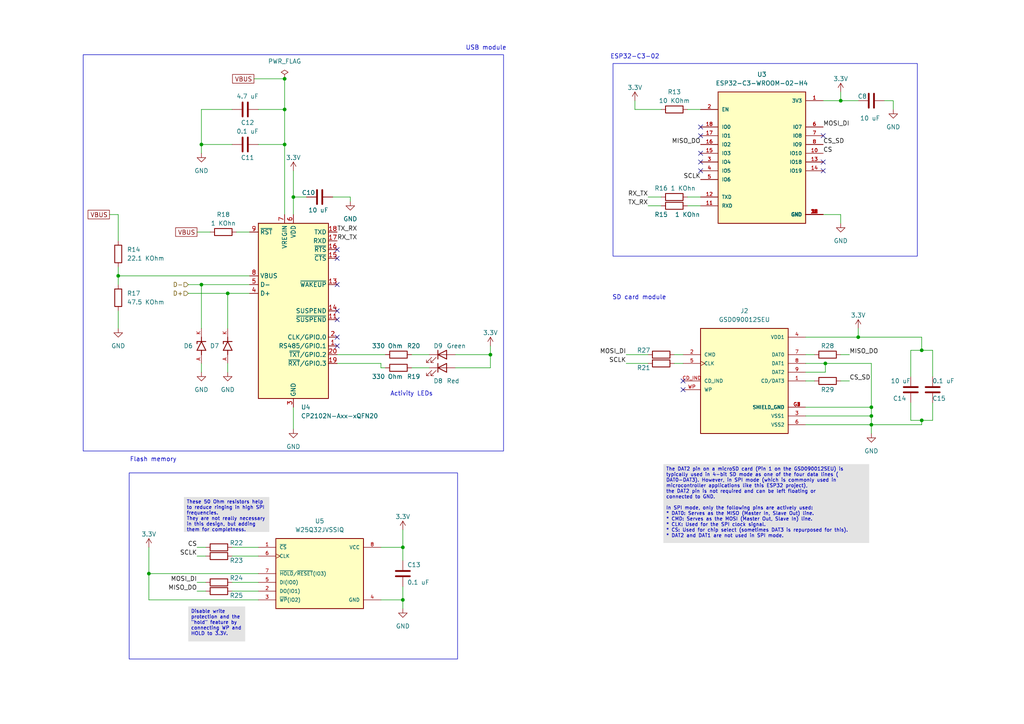
<source format=kicad_sch>
(kicad_sch (version 20231120) (generator "eeschema") (generator_version "8.0")
  (paper "A4")
  (title_block (title "ESP32 C3 02 and USB to UART converter") (date "2024-11-23") (rev "1") (company "Tech Explorations"))
  (lib_symbols
    (symbol "Device:R" (pin_numbers hide) (pin_names (offset 0))
      (property "Reference" "R" (at 2.032 0 90))
      (property "Value" "R" (at 0 0 90))
      (symbol "R_0_1"
        (rectangle (start -1.016 -2.54) (end 1.016 2.54) (stroke (width 0.254)))
      )
      (symbol "R_1_1"
        (pin passive line (at 0 3.81 270) (length 1.27) (name "~") (number "1"))
        (pin passive line (at 0 -3.81 90) (length 1.27) (name "~") (number "2"))
      )
    )
    (symbol "ESP32-C3-WROOM-02-H4:ESP32-C3-WROOM-02-H4" (pin_names (offset 1.016))
      (property "Reference" "U" (at -12.7 21.082 0))
      (property "Value" "ESP32-C3-WROOM-02-H4" (at -12.7 -18.542 0))
      (symbol "ESP32-C3-WROOM-02-H4_0_0"
        (rectangle (start -12.7 -17.78) (end 12.7 20.32) (stroke (width 0.254)) (fill (type background)))
        (pin power_in line (at 17.78 17.78 180) (length 5.08) (name "3V3") (number "1"))
        (pin bidirectional line (at 17.78 2.54 180) (length 5.08) (name "IO10") (number "10"))
        (pin bidirectional line (at -17.78 -12.7 0) (length 5.08) (name "RXD") (number "11"))
        (pin bidirectional line (at -17.78 -10.16 0) (length 5.08) (name "TXD") (number "12"))
        (pin bidirectional line (at 17.78 0 180) (length 5.08) (name "IO18") (number "13"))
        (pin bidirectional line (at 17.78 -2.54 180) (length 5.08) (name "IO19") (number "14"))
        (pin bidirectional line (at -17.78 2.54 0) (length 5.08) (name "IO3") (number "15"))
        (pin bidirectional line (at -17.78 5.08 0) (length 5.08) (name "IO2") (number "16"))
        (pin bidirectional line (at -17.78 7.62 0) (length 5.08) (name "IO1") (number "17"))
        (pin bidirectional line (at -17.78 10.16 0) (length 5.08) (name "IO0") (number "18"))
        (pin power_in line (at 17.78 -15.24 180) (length 5.08) (name "GND") (number "19"))
        (pin input line (at -17.78 15.24 0) (length 5.08) (name "EN") (number "2"))
        (pin power_in line (at 17.78 -15.24 180) (length 5.08) (name "GND") (number "20"))
        (pin power_in line (at 17.78 -15.24 180) (length 5.08) (name "GND") (number "21"))
        (pin power_in line (at 17.78 -15.24 180) (length 5.08) (name "GND") (number "22"))
        (pin power_in line (at 17.78 -15.24 180) (length 5.08) (name "GND") (number "23"))
        (pin power_in line (at 17.78 -15.24 180) (length 5.08) (name "GND") (number "24"))
        (pin power_in line (at 17.78 -15.24 180) (length 5.08) (name "GND") (number "25"))
        (pin power_in line (at 17.78 -15.24 180) (length 5.08) (name "GND") (number "26"))
        (pin power_in line (at 17.78 -15.24 180) (length 5.08) (name "GND") (number "27"))
        (pin power_in line (at 17.78 -15.24 180) (length 5.08) (name "GND") (number "28"))
        (pin power_in line (at 17.78 -15.24 180) (length 5.08) (name "GND") (number "29"))
        (pin bidirectional line (at -17.78 0 0) (length 5.08) (name "IO4") (number "3"))
        (pin power_in line (at 17.78 -15.24 180) (length 5.08) (name "GND") (number "30"))
        (pin power_in line (at 17.78 -15.24 180) (length 5.08) (name "GND") (number "31"))
        (pin power_in line (at 17.78 -15.24 180) (length 5.08) (name "GND") (number "32"))
        (pin power_in line (at 17.78 -15.24 180) (length 5.08) (name "GND") (number "33"))
        (pin power_in line (at 17.78 -15.24 180) (length 5.08) (name "GND") (number "34"))
        (pin power_in line (at 17.78 -15.24 180) (length 5.08) (name "GND") (number "35"))
        (pin power_in line (at 17.78 -15.24 180) (length 5.08) (name "GND") (number "36"))
        (pin power_in line (at 17.78 -15.24 180) (length 5.08) (name "GND") (number "37"))
        (pin power_in line (at 17.78 -15.24 180) (length 5.08) (name "GND") (number "38"))
        (pin power_in line (at 17.78 -15.24 180) (length 5.08) (name "GND") (number "39"))
        (pin bidirectional line (at -17.78 -2.54 0) (length 5.08) (name "IO5") (number "4"))
        (pin bidirectional line (at -17.78 -5.08 0) (length 5.08) (name "IO6") (number "5"))
        (pin bidirectional line (at 17.78 10.16 180) (length 5.08) (name "IO7") (number "6"))
        (pin bidirectional line (at 17.78 7.62 180) (length 5.08) (name "IO8") (number "7"))
        (pin bidirectional line (at 17.78 5.08 180) (length 5.08) (name "IO9") (number "8"))
        (pin power_in line (at 17.78 -15.24 180) (length 5.08) (name "GND") (number "9"))
      )
    )
    (symbol "GSD090012SEU:GSD090012SEU" (pin_names (offset 1.016))
      (property "Reference" "J" (at -12.7 16.002 0))
      (property "Value" "GSD090012SEU" (at -12.7 -17.78 0))
      (symbol "GSD090012SEU_0_0"
        (rectangle (start -12.7 -15.24) (end 12.7 15.24) (stroke (width 0.254)) (fill (type background)))
        (pin bidirectional line (at 17.78 0 180) (length 5.08) (name "CD/DAT3") (number "1"))
        (pin bidirectional line (at -17.78 7.62 0) (length 5.08) (name "CMD") (number "2"))
        (pin power_in line (at 17.78 -10.16 180) (length 5.08) (name "VSS1") (number "3"))
        (pin power_in line (at 17.78 12.7 180) (length 5.08) (name "VDD1") (number "4"))
        (pin bidirectional clock (at -17.78 5.08 0) (length 5.08) (name "CLK") (number "5"))
        (pin power_in line (at 17.78 -12.7 180) (length 5.08) (name "VSS2") (number "6"))
        (pin bidirectional line (at 17.78 7.62 180) (length 5.08) (name "DAT0") (number "7"))
        (pin bidirectional line (at 17.78 5.08 180) (length 5.08) (name "DAT1") (number "8"))
        (pin bidirectional line (at 17.78 2.54 180) (length 5.08) (name "DAT2") (number "9"))
        (pin passive line (at -17.78 0 0) (length 5.08) (name "CD_IND") (number "CD_IND"))
        (pin power_in line (at 17.78 -7.62 180) (length 5.08) (name "SHIELD_GND") (number "G1"))
        (pin power_in line (at 17.78 -7.62 180) (length 5.08) (name "SHIELD_GND") (number "G2"))
        (pin power_in line (at 17.78 -7.62 180) (length 5.08) (name "SHIELD_GND") (number "G3"))
        (pin power_in line (at 17.78 -7.62 180) (length 5.08) (name "SHIELD_GND") (number "G4"))
        (pin passive line (at -17.78 -2.54 0) (length 5.08) (name "WP") (number "WP"))
      )
    )
    (symbol "Interface_USB:CP2102N-Axx-xQFN20"
      (property "Reference" "U" (at -8.89 26.67 0))
      (property "Value" "CP2102N-Axx-xQFN20" (at 12.7 26.67 0))
      (symbol "CP2102N-Axx-xQFN20_0_1"
        (rectangle (start -10.16 25.4) (end 10.16 -25.4) (stroke (width 0.254)) (fill (type background)))
      )
      (symbol "CP2102N-Axx-xQFN20_1_1"
        (pin bidirectional line (at 12.7 -10.16 180) (length 2.54) (name "RS485/GPIO.1") (number "1"))
        (pin no_connect line (at -10.16 -22.86 0) (length 2.54) hide (name "NC") (number "10"))
        (pin output line (at 12.7 -2.54 180) (length 2.54) (name "~{SUSPEND}") (number "11"))
        (pin passive line (at 0 -27.94 90) (length 2.54) hide (name "GND") (number "12"))
        (pin input line (at 12.7 7.62 180) (length 2.54) (name "~{WAKEUP}") (number "13"))
        (pin output line (at 12.7 0 180) (length 2.54) (name "SUSPEND") (number "14"))
        (pin input line (at 12.7 15.24 180) (length 2.54) (name "~{CTS}") (number "15"))
        (pin output line (at 12.7 17.78 180) (length 2.54) (name "~{RTS}") (number "16"))
        (pin input line (at 12.7 20.32 180) (length 2.54) (name "RXD") (number "17"))
        (pin output line (at 12.7 22.86 180) (length 2.54) (name "TXD") (number "18"))
        (pin bidirectional line (at 12.7 -15.24 180) (length 2.54) (name "~{RXT}/GPIO.3") (number "19"))
        (pin bidirectional line (at 12.7 -7.62 180) (length 2.54) (name "CLK/GPIO.0") (number "2"))
        (pin bidirectional line (at 12.7 -12.7 180) (length 2.54) (name "~{TXT}/GPIO.2") (number "20"))
        (pin passive line (at 0 -27.94 90) (length 2.54) hide (name "GND") (number "21"))
        (pin power_in line (at 0 -27.94 90) (length 2.54) (name "GND") (number "3"))
        (pin bidirectional line (at -12.7 5.08 0) (length 2.54) (name "D+") (number "4"))
        (pin bidirectional line (at -12.7 7.62 0) (length 2.54) (name "D-") (number "5"))
        (pin power_in line (at 0 27.94 270) (length 2.54) (name "VDD") (number "6"))
        (pin power_in line (at -2.54 27.94 270) (length 2.54) (name "VREGIN") (number "7"))
        (pin input line (at -12.7 10.16 0) (length 2.54) (name "VBUS") (number "8"))
        (pin input line (at -12.7 22.86 0) (length 2.54) (name "~{RST}") (number "9"))
      )
    )
    (symbol "PESD5V0S1UL_315:PESD5V0S1UL_315" (pin_names (offset 1.016))
      (property "Reference" "D" (at -5.08 2.54 0))
      (property "Value" "PESD5V0S1UL_315" (at -5.08 -3.81 0))
      (symbol "PESD5V0S1UL_315_0_0"
        (polyline (pts (xy -2.54 0) (xy -1.27 0)) (stroke (width 0.254)))
        (polyline (pts (xy -1.27 -1.27) (xy 1.27 0)) (stroke (width 0.254)))
        (polyline (pts (xy -1.27 0) (xy -1.27 -1.27)) (stroke (width 0.254)))
        (polyline (pts (xy -1.27 1.27) (xy -1.27 0)) (stroke (width 0.254)))
        (polyline (pts (xy 0.635 1.27) (xy 1.27 1.27)) (stroke (width 0.254)))
        (polyline (pts (xy 1.27 0) (xy -1.27 1.27)) (stroke (width 0.254)))
        (polyline (pts (xy 1.27 0) (xy 1.27 -1.27)) (stroke (width 0.254)))
        (polyline (pts (xy 1.27 1.27) (xy 1.27 0)) (stroke (width 0.254)))
        (polyline (pts (xy 2.54 0) (xy 1.27 0)) (stroke (width 0.254)))
        (pin passive line (at -5.08 0 0) (length 2.54) (name "~") (number "A"))
        (pin passive line (at 5.08 0 180) (length 2.54) (name "~") (number "K"))
      )
    )
    (symbol "SparkFun-Capacitor:C" (pin_numbers hide) (pin_names (offset 0.254))
      (property "Reference" "C" (at 0.635 2.54 0))
      (property "Value" "C" (at 0.635 -2.54 0))
      (property "Voltage" "1kV" (at 0 -6.35 0))
      (property "Tolerance" "100%" (at 0 -8.89 0))
      (symbol "C_0_1"
        (polyline (pts (xy -2.032 -0.762) (xy 2.032 -0.762)) (stroke (width 0.508)))
        (polyline (pts (xy -2.032 0.762) (xy 2.032 0.762)) (stroke (width 0.508)))
      )
      (symbol "C_1_1"
        (pin passive line (at 0 3.81 270) (length 2.794) (name "~") (number "1"))
        (pin passive line (at 0 -3.81 90) (length 2.794) (name "~") (number "2"))
      )
    )
    (symbol "SparkFun-LED:LED_Green_0603" (pin_numbers hide) (pin_names (offset 1.016) hide)
      (property "Reference" "D" (at 0 2.54 0))
      (property "Value" "Green" (at 0 -2.54 0))
      (symbol "LED_Green_0603_0_1"
        (polyline (pts (xy -1.27 -1.27) (xy -1.27 1.27)) (stroke (width 0.254)))
        (polyline (pts (xy -1.27 0) (xy 1.27 0)))
        (polyline (pts (xy 1.27 -1.27) (xy 1.27 1.27) (xy -1.27 0) (xy 1.27 -1.27)) (stroke (width 0.254)))
        (polyline (pts (xy -3.048 -0.762) (xy -4.572 -2.286) (xy -3.81 -2.286) (xy -4.572 -2.286) (xy -4.572 -1.524)))
        (polyline (pts (xy -1.778 -0.762) (xy -3.302 -2.286) (xy -2.54 -2.286) (xy -3.302 -2.286) (xy -3.302 -1.524)))
      )
      (symbol "LED_Green_0603_1_1"
        (pin passive line (at -3.81 0 0) (length 2.54) (name "K") (number "1"))
        (pin passive line (at 3.81 0 180) (length 2.54) (name "A") (number "2"))
      )
    )
    (symbol "SparkFun-LED:LED_Red_0603" (pin_numbers hide) (pin_names (offset 1.016) hide)
      (property "Reference" "D" (at 0 2.54 0))
      (property "Value" "Red" (at 0 -2.54 0))
      (symbol "LED_Red_0603_0_1"
        (polyline (pts (xy -1.27 -1.27) (xy -1.27 1.27)) (stroke (width 0.254)))
        (polyline (pts (xy -1.27 0) (xy 1.27 0)))
        (polyline (pts (xy 1.27 -1.27) (xy 1.27 1.27) (xy -1.27 0) (xy 1.27 -1.27)) (stroke (width 0.254)))
        (polyline (pts (xy -3.048 -0.762) (xy -4.572 -2.286) (xy -3.81 -2.286) (xy -4.572 -2.286) (xy -4.572 -1.524)))
        (polyline (pts (xy -1.778 -0.762) (xy -3.302 -2.286) (xy -2.54 -2.286) (xy -3.302 -2.286) (xy -3.302 -1.524)))
      )
      (symbol "LED_Red_0603_1_1"
        (pin passive line (at -3.81 0 0) (length 2.54) (name "K") (number "1"))
        (pin passive line (at 3.81 0 180) (length 2.54) (name "A") (number "2"))
      )
    )
    (symbol "SparkFun-PowerSymbol:3.3V" (power) (pin_names (offset 0))
      (property "Value" "3.3V" (at 0 3.81 0))
      (symbol "3.3V_0_1"
        (polyline (pts (xy -0.762 1.27) (xy 0 2.54)))
        (polyline (pts (xy 0 0) (xy 0 2.54)))
        (polyline (pts (xy 0 2.54) (xy 0.762 1.27)))
      )
      (symbol "3.3V_1_1"
        (pin power_in line (at 0 0 90) (length 0) hide (name "3.3V") (number "1"))
      )
    )
    (symbol "W25Q32JVSSIQ:W25Q32JVSSIQ" (pin_names (offset 1.016))
      (property "Reference" "U" (at -12.4723 10.945 0))
      (property "Value" "W25Q32JVSSIQ" (at -12.4744 -12.2198 0))
      (symbol "W25Q32JVSSIQ_0_0"
        (rectangle (start -12.7 -10.16) (end 12.7 10.16) (stroke (width 0.254)) (fill (type background)))
        (pin input line (at -17.78 7.62 0) (length 5.08) (name "~{CS}") (number "1"))
        (pin bidirectional line (at -17.78 -5.08 0) (length 5.08) (name "DO(IO1)") (number "2"))
        (pin bidirectional line (at -17.78 -7.62 0) (length 5.08) (name "~{WP}(IO2)") (number "3"))
        (pin power_in line (at 17.78 -7.62 180) (length 5.08) (name "GND") (number "4"))
        (pin bidirectional line (at -17.78 -2.54 0) (length 5.08) (name "DI(IO0)") (number "5"))
        (pin input clock (at -17.78 5.08 0) (length 5.08) (name "CLK") (number "6"))
        (pin bidirectional line (at -17.78 0 0) (length 5.08) (name "~{HOLD}/~{RESET}(IO3)") (number "7"))
        (pin power_in line (at 17.78 7.62 180) (length 5.08) (name "VCC") (number "8"))
      )
    )
    (symbol "power:GND" (power) (pin_names (offset 0))
      (property "Value" "GND" (at 0 -3.81 0))
      (symbol "GND_0_1"
        (polyline (pts (xy 0 0) (xy 0 -1.27) (xy 1.27 -1.27) (xy 0 -2.54) (xy -1.27 -1.27) (xy 0 -1.27)))
      )
      (symbol "GND_1_1"
        (pin power_in line (at 0 0 270) (length 0) hide (name "GND") (number "1"))
      )
    )
    (symbol "power:PWR_FLAG" (power) (pin_numbers hide) (pin_names (offset 0) hide)
      (property "Value" "PWR_FLAG" (at 0 3.81 0))
      (symbol "PWR_FLAG_0_0"
        (pin power_out line (at 0 0 90) (length 0) (name "pwr") (number "1"))
      )
      (symbol "PWR_FLAG_0_1"
        (polyline (pts (xy 0 0) (xy 0 1.27) (xy -1.016 1.905) (xy 0 2.54) (xy 1.016 1.905) (xy 0 1.27)))
      )
    )
  )
  (junction (at 43.18 166.37))
  (junction (at 82.55 31.75))
  (junction (at 252.73 123.19))
  (junction (at 34.29 80.01))
  (junction (at 142.24 102.87))
  (junction (at 248.92 97.79))
  (junction (at 85.09 57.15))
  (junction (at 82.55 22.86))
  (junction (at 267.335 101.6))
  (junction (at 58.42 41.91))
  (junction (at 252.73 120.65))
  (junction (at 267.335 121.92))
  (junction (at 116.84 158.75))
  (junction (at 116.84 173.99))
  (junction (at 252.73 118.11))
  (junction (at 82.55 41.91))
  (junction (at 58.42 82.55))
  (junction (at 239.395 105.41))
  (junction (at 243.84 29.21))
  (junction (at 66.04 85.09))
  (no_connect (at 97.79 74.93))
  (no_connect (at 198.12 110.49))
  (no_connect (at 238.76 46.99))
  (no_connect (at 238.76 49.53))
  (no_connect (at 203.2 44.45))
  (no_connect (at 203.2 49.53))
  (no_connect (at 97.79 82.55))
  (no_connect (at 198.12 113.03))
  (no_connect (at 97.79 90.17))
  (no_connect (at 238.76 39.37))
  (no_connect (at 203.2 36.83))
  (no_connect (at 97.79 100.33))
  (no_connect (at 203.2 39.37))
  (no_connect (at 97.79 92.71))
  (no_connect (at 203.2 46.99))
  (no_connect (at 97.79 97.79))
  (no_connect (at 97.79 72.39))
  (wire (pts (xy 181.61 102.87) (xy 187.96 102.87)))
  (wire (pts (xy 74.93 31.75) (xy 82.55 31.75)))
  (wire (pts (xy 58.42 82.55) (xy 58.42 95.25)))
  (wire (pts (xy 233.68 118.11) (xy 252.73 118.11)))
  (wire (pts (xy 270.51 109.22) (xy 270.51 101.6)))
  (wire (pts (xy 270.51 101.6) (xy 267.335 101.6)))
  (wire (pts (xy 195.58 102.87) (xy 198.12 102.87)))
  (wire (pts (xy 110.49 158.75) (xy 116.84 158.75)))
  (wire (pts (xy 73.66 22.86) (xy 82.55 22.86)))
  (wire (pts (xy 54.61 85.09) (xy 66.04 85.09)))
  (wire (pts (xy 67.31 31.75) (xy 58.42 31.75)))
  (wire (pts (xy 187.96 59.69) (xy 191.77 59.69)))
  (wire (pts (xy 267.335 121.92) (xy 270.51 121.92)))
  (wire (pts (xy 34.29 62.23) (xy 34.29 69.85)))
  (wire (pts (xy 58.42 41.91) (xy 58.42 44.45)))
  (wire (pts (xy 34.29 80.01) (xy 72.39 80.01)))
  (wire (pts (xy 85.09 57.15) (xy 85.09 62.23)))
  (wire (pts (xy 34.29 90.17) (xy 34.29 95.25)))
  (wire (pts (xy 243.84 62.23) (xy 243.84 64.77)))
  (wire (pts (xy 57.15 67.31) (xy 60.96 67.31)))
  (wire (pts (xy 199.39 59.69) (xy 203.2 59.69)))
  (wire (pts (xy 57.15 171.45) (xy 59.69 171.45)))
  (wire (pts (xy 233.68 97.79) (xy 248.92 97.79)))
  (wire (pts (xy 110.49 105.41) (xy 110.49 106.68)))
  (wire (pts (xy 67.31 161.29) (xy 74.93 161.29)))
  (wire (pts (xy 243.84 102.87) (xy 246.38 102.87)))
  (wire (pts (xy 66.04 85.09) (xy 72.39 85.09)))
  (wire (pts (xy 119.38 106.68) (xy 124.46 106.68)))
  (wire (pts (xy 256.54 29.21) (xy 259.08 29.21)))
  (wire (pts (xy 259.08 29.21) (xy 259.08 31.75)))
  (wire (pts (xy 199.39 31.75) (xy 203.2 31.75)))
  (wire (pts (xy 239.395 107.95) (xy 239.395 105.41)))
  (wire (pts (xy 184.15 29.21) (xy 184.15 31.75)))
  (wire (pts (xy 58.42 82.55) (xy 72.39 82.55)))
  (wire (pts (xy 43.18 166.37) (xy 74.93 166.37)))
  (wire (pts (xy 82.55 41.91) (xy 74.93 41.91)))
  (wire (pts (xy 116.84 158.75) (xy 116.84 153.67)))
  (wire (pts (xy 181.61 105.41) (xy 187.96 105.41)))
  (wire (pts (xy 97.79 102.87) (xy 111.76 102.87)))
  (wire (pts (xy 82.55 22.86) (xy 82.55 31.75)))
  (wire (pts (xy 252.73 105.41) (xy 252.73 118.11)))
  (wire (pts (xy 195.58 105.41) (xy 198.12 105.41)))
  (wire (pts (xy 184.15 31.75) (xy 191.77 31.75)))
  (wire (pts (xy 74.93 173.99) (xy 43.18 173.99)))
  (wire (pts (xy 96.52 57.15) (xy 101.6 57.15)))
  (wire (pts (xy 43.18 166.37) (xy 43.18 158.75)))
  (wire (pts (xy 252.73 123.19) (xy 252.73 125.73)))
  (wire (pts (xy 57.15 158.75) (xy 59.69 158.75)))
  (wire (pts (xy 54.61 82.55) (xy 58.42 82.55)))
  (wire (pts (xy 252.73 120.65) (xy 252.73 123.19)))
  (wire (pts (xy 34.29 80.01) (xy 34.29 82.55)))
  (wire (pts (xy 67.31 158.75) (xy 74.93 158.75)))
  (wire (pts (xy 67.31 41.91) (xy 58.42 41.91)))
  (wire (pts (xy 243.84 29.21) (xy 248.92 29.21)))
  (wire (pts (xy 264.16 109.22) (xy 264.16 101.6)))
  (wire (pts (xy 267.335 97.79) (xy 267.335 101.6)))
  (wire (pts (xy 82.55 41.91) (xy 82.55 62.23)))
  (wire (pts (xy 233.68 105.41) (xy 239.395 105.41)))
  (wire (pts (xy 238.76 29.21) (xy 243.84 29.21)))
  (wire (pts (xy 252.73 118.11) (xy 252.73 120.65)))
  (wire (pts (xy 132.08 102.87) (xy 142.24 102.87)))
  (wire (pts (xy 248.92 97.79) (xy 267.335 97.79)))
  (wire (pts (xy 264.16 121.92) (xy 267.335 121.92)))
  (wire (pts (xy 199.39 57.15) (xy 203.2 57.15)))
  (wire (pts (xy 116.84 173.99) (xy 116.84 176.53)))
  (wire (pts (xy 116.84 170.18) (xy 116.84 173.99)))
  (wire (pts (xy 238.76 62.23) (xy 243.84 62.23)))
  (wire (pts (xy 68.58 67.31) (xy 72.39 67.31)))
  (wire (pts (xy 267.335 123.19) (xy 252.73 123.19)))
  (wire (pts (xy 82.55 31.75) (xy 82.55 41.91)))
  (wire (pts (xy 101.6 57.15) (xy 101.6 58.42)))
  (wire (pts (xy 264.16 116.84) (xy 264.16 121.92)))
  (wire (pts (xy 57.15 168.91) (xy 59.69 168.91)))
  (wire (pts (xy 85.09 49.53) (xy 85.09 57.15)))
  (wire (pts (xy 267.335 101.6) (xy 264.16 101.6)))
  (wire (pts (xy 67.31 171.45) (xy 74.93 171.45)))
  (wire (pts (xy 43.18 173.99) (xy 43.18 166.37)))
  (wire (pts (xy 58.42 105.41) (xy 58.42 107.95)))
  (wire (pts (xy 267.335 121.92) (xy 267.335 123.19)))
  (wire (pts (xy 187.96 57.15) (xy 191.77 57.15)))
  (wire (pts (xy 110.49 173.99) (xy 116.84 173.99)))
  (wire (pts (xy 233.68 110.49) (xy 236.22 110.49)))
  (wire (pts (xy 233.68 102.87) (xy 236.22 102.87)))
  (wire (pts (xy 34.29 77.47) (xy 34.29 80.01)))
  (wire (pts (xy 58.42 31.75) (xy 58.42 41.91)))
  (wire (pts (xy 243.84 110.49) (xy 246.38 110.49)))
  (wire (pts (xy 110.49 106.68) (xy 111.76 106.68)))
  (wire (pts (xy 57.15 161.29) (xy 59.69 161.29)))
  (wire (pts (xy 66.04 105.41) (xy 66.04 107.95)))
  (wire (pts (xy 119.38 102.87) (xy 124.46 102.87)))
  (wire (pts (xy 243.84 29.21) (xy 243.84 26.67)))
  (wire (pts (xy 67.31 168.91) (xy 74.93 168.91)))
  (wire (pts (xy 248.92 95.25) (xy 248.92 97.79)))
  (wire (pts (xy 270.51 116.84) (xy 270.51 121.92)))
  (wire (pts (xy 233.68 107.95) (xy 239.395 107.95)))
  (wire (pts (xy 66.04 85.09) (xy 66.04 95.25)))
  (wire (pts (xy 97.79 105.41) (xy 110.49 105.41)))
  (wire (pts (xy 233.68 120.65) (xy 252.73 120.65)))
  (wire (pts (xy 31.75 62.23) (xy 34.29 62.23)))
  (wire (pts (xy 85.09 57.15) (xy 88.9 57.15)))
  (wire (pts (xy 85.09 118.11) (xy 85.09 124.46)))
  (wire (pts (xy 233.68 123.19) (xy 252.73 123.19)))
  (wire (pts (xy 239.395 105.41) (xy 252.73 105.41)))
  (wire (pts (xy 132.08 106.68) (xy 142.24 106.68)))
  (wire (pts (xy 142.24 100.33) (xy 142.24 102.87)))
  (wire (pts (xy 142.24 106.68) (xy 142.24 102.87)))
  (wire (pts (xy 116.84 158.75) (xy 116.84 162.56)))
  (rectangle (start 37.465 137.16) (end 132.715 191.135))
  (rectangle (start 177.8 18.415) (end 266.065 74.295))
  (rectangle (start 24.13 15.875) (end 146.05 130.81))
  (text_box "Disable write protection and the \"hold\" feature by connecting WP and HOLD to 3.3V." (at 54.61 175.895 0) (size 16.51 10.16) (stroke (width -0.0001)) (fill (type color) (color 194 194 194 0.45)) (effects (font (size 1 1)) (justify left top)))
  (text_box "The DAT2 pin on a microSD card (Pin 1 on the GSD090012SEU) is \ntypically used in 4-bit SD mode as one of the four data lines (\nDAT0-DAT3). However, in SPI mode (which is commonly used in \nmicrocontroller applications like this ESP32 project), \nthe DAT2 pin is not required and can be left floating or \nconnected to GND. \n\nIn SPI mode, only the following pins are actively used:\n* DAT0: Serves as the MISO (Master In, Slave Out) line.\n* CMD: Serves as the MOSI (Master Out, Slave In) line.\n* CLK: Used for the SPI clock signal.\n* CS: Used for chip select (sometimes DAT3 is repurposed for this).\n* DAT2 and DAT1 are not used in SPI mode." (at 192.405 134.62 0) (size 59.69 22.86) (stroke (width -0.0001)) (fill (type color) (color 194 194 194 0.45)) (effects (font (size 1 1)) (justify left top)))
  (text_box "These 50 Ohm resistors help to reduce ringing in high SPI frequencies. \nThey are not really necessary in this design, but adding them for completness." (at 53.34 144.145 0) (size 24.765 10.16) (stroke (width -0.0001)) (fill (type color) (color 194 194 194 0.45)) (effects (font (size 1 1)) (justify left top)))
  (text "SD card module" (at 185.42 86.36 0) (effects (font (size 1.27 1.27))))
  (text "Activity LEDs" (at 119.38 114.3 0) (effects (font (size 1.27 1.27))))
  (text "Flash memory" (at 44.45 133.35 0) (effects (font (size 1.27 1.27))))
  (text "USB module" (at 140.97 13.97 0) (effects (font (size 1.27 1.27))))
  (text "ESP32-C3-02" (at 184.15 16.51 0) (effects (font (size 1.27 1.27))))
  (label "MISO_DO" (at 57.15 171.45 180))
  (label "MISO_DO" (at 246.38 102.87 0))
  (label "MISO_DO" (at 203.2 41.91 180))
  (label "CS" (at 57.15 158.75 180))
  (label "RX_TX" (at 97.79 69.85 0))
  (label "TX_RX" (at 187.96 59.69 180))
  (label "SCLK" (at 57.15 161.29 180))
  (label "CS" (at 238.76 44.45 0))
  (label "MOSI_DI" (at 57.15 168.91 180))
  (label "TX_RX" (at 97.79 67.31 0))
  (label "SCLK" (at 203.2 52.07 180))
  (label "MOSI_DI" (at 181.61 102.87 180))
  (label "CS_SD" (at 246.38 110.49 0))
  (label "CS_SD" (at 238.76 41.91 0))
  (label "MOSI_DI" (at 238.76 36.83 0))
  (label "RX_TX" (at 187.96 57.15 180))
  (label "SCLK" (at 181.61 105.41 180))
  (global_label "VBUS" (shape passive) (at 31.75 62.23 180) (property "Intersheetrefs" "${INTERSHEET_REFS}" (effects (hide yes))))
  (global_label "VBUS" (shape passive) (at 73.66 22.86 180) (property "Intersheetrefs" "${INTERSHEET_REFS}" (effects (hide yes))))
  (global_label "VBUS" (shape passive) (at 57.15 67.31 180) (property "Intersheetrefs" "${INTERSHEET_REFS}" (effects (hide yes))))
  (hierarchical_label "D+" (shape input) (at 54.61 85.09 180))
  (hierarchical_label "D-" (shape input) (at 54.61 82.55 180))
  (symbol (lib_id "Device:R") (at 191.77 102.87 270) (unit 1)
    (property "Reference" "R27" (at 186.69 101.6 90))
    (property "Value" "50 Ohm" (effects (hide yes)))
    (property "Description" "Resistor" (effects (hide yes)))
    (property "Purpose" "Help reduce ringing in high-speed SPI." (effects (hide yes)))
  )
  (symbol (lib_id "Device:R") (at 63.5 171.45 90) (unit 1)
    (property "Reference" "R25" (at 68.58 172.72 90))
    (property "Value" "50 Ohm" (effects (hide yes)))
    (property "Description" "Resistor" (effects (hide yes)))
    (property "Purpose" "Help reduce ringing in high-speed SPI." (effects (hide yes)))
  )
  (symbol (lib_id "power:GND") (at 259.08 31.75 0) (unit 1)
    (property "Reference" "#PWR018" (effects (hide yes)))
    (property "Value" "GND" (at 259.08 36.83 0))
    (property "Description" "Power symbol creates a global label with name \"GND\" , ground" (effects (hide yes)))
  )
  (symbol (lib_id "power:PWR_FLAG") (at 82.55 22.86 0) (unit 1)
    (property "Reference" "#FLG02" (effects (hide yes)))
    (property "Value" "PWR_FLAG" (at 82.55 17.78 0))
    (property "Description" "Special symbol for telling ERC where power comes from" (effects (hide yes)))
  )
  (symbol (lib_id "SparkFun-PowerSymbol:3.3V") (at 142.24 100.33 0) (unit 1)
    (property "Reference" "#PWR024" (effects (hide yes)))
    (property "Value" "3.3V" (at 142.24 96.52 0))
    (property "Description" "Power symbol creates a global label with name \"3.3V\"" (effects (hide yes)))
  )
  (symbol (lib_id "power:GND") (at 58.42 44.45 0) (unit 1)
    (property "Reference" "#PWR020" (effects (hide yes)))
    (property "Value" "GND" (at 58.42 49.53 0))
    (property "Description" "Power symbol creates a global label with name \"GND\" , ground" (effects (hide yes)))
  )
  (symbol (lib_id "power:GND") (at 101.6 58.42 0) (unit 1)
    (property "Reference" "#PWR017" (effects (hide yes)))
    (property "Value" "GND" (at 101.6 63.5 0))
    (property "Description" "Power symbol creates a global label with name \"GND\" , ground" (effects (hide yes)))
  )
  (symbol (lib_id "power:GND") (at 243.84 64.77 0) (unit 1)
    (property "Reference" "#PWR016" (effects (hide yes)))
    (property "Value" "GND" (at 243.84 69.85 0))
    (property "Description" "Power symbol creates a global label with name \"GND\" , ground" (effects (hide yes)))
  )
  (symbol (lib_id "Device:R") (at 191.77 105.41 270) (unit 1)
    (property "Reference" "R21" (at 186.69 106.68 90))
    (property "Value" "50 Ohm" (effects (hide yes)))
    (property "Description" "Resistor" (effects (hide yes)))
    (property "Purpose" "Help reduce ringing in high-speed SPI." (effects (hide yes)))
  )
  (symbol (lib_id "power:GND") (at 116.84 176.53 0) (unit 1)
    (property "Reference" "#PWR028" (effects (hide yes)))
    (property "Value" "GND" (at 116.84 181.61 0))
    (property "Description" "Power symbol creates a global label with name \"GND\" , ground" (effects (hide yes)))
  )
  (symbol (lib_id "Device:R") (at 240.03 102.87 90) (unit 1)
    (property "Reference" "R28" (at 240.03 100.33 90))
    (property "Value" "50 Ohm" (effects (hide yes)))
    (property "Description" "Resistor" (effects (hide yes)))
    (property "Purpose" "Help reduce ringing in high-speed SPI." (effects (hide yes)))
  )
  (symbol (lib_id "PESD5V0S1UL_315:PESD5V0S1UL_315") (at 58.42 100.33 90) (unit 1)
    (property "Reference" "D6" (at 54.61 100.33 90))
    (property "Value" "PESD5V0S1UL_315" (effects (hide yes)))
    (property "Footprint" "Footprints:DIO_PESD5V0S1UL_315" (effects (hide yes)))
    (property "MF" "Nexperia USA" (effects (hide yes)))
    (property "MAXIMUM_PACKAGE_HEIGHT" "0.5mm" (effects (hide yes)))
    (property "Package" "DFN1006-2-2 Nexperia USA Inc." (effects (hide yes)))
    (property "Price" "None" (effects (hide yes)))
    (property "Check_prices" "https://www.snapeda.com/parts/PESD5V0S1UL,315/Nexperia/view-part/?ref=eda" (effects (hide yes)))
    (property "STANDARD" "Manufacturer Recommendations" (effects (hide yes)))
    (property "PARTREV" "15 January 2020" (effects (hide yes)))
    (property "SnapEDA_Link" "https://www.snapeda.com/parts/PESD5V0S1UL,315/Nexperia/view-part/?ref=snap" (effects (hide yes)))
    (property "MP" "PESD5V0S1UL,315" (effects (hide yes)))
    (property "Description_1" "\n                        \n                            20V Clamp 15A (8/20µs) Ipp Tvs Diode Surface Mount DFN1006-2\n                        \n" (effects (hide yes)))
    (property "MANUFACTURER" "Nexperia" (effects (hide yes)))
    (property "Availability" "In Stock" (effects (hide yes)))
    (property "SNAPEDA_PN" "PESD5V0S1UL,315" (effects (hide yes)))
    (property "Purpose" "ESD protection" (effects (hide yes)))
    (property "Instructions and notes" "Protects the circuit from voltage spikes, such as ESD (electrostatic discharge) or transient surges." (effects (hide yes)))
  )
  (symbol (lib_id "Device:R") (at 195.58 31.75 90) (unit 1)
    (property "Reference" "R13" (at 195.58 26.67 90))
    (property "Value" "10 KOhm" (at 195.58 29.21 90))
    (property "Footprint" "Resistor_SMD:R_0805_2012Metric" (effects (hide yes)))
    (property "Description" "Resistor" (effects (hide yes)))
    (property "Purpose" "Pull-up resistor" (effects (hide yes)))
  )
  (symbol (lib_id "SparkFun-LED:LED_Red_0603") (at 128.27 106.68 0) (unit 1)
    (property "Reference" "D8" (at 125.73 110.49 0) (effects (justify left)))
    (property "Value" "Red" (at 129.54 110.49 0) (effects (justify left)))
    (property "Footprint" "SparkFun-LED:LED_0603_1608Metric" (effects (hide yes)))
    (property "Datasheet" "https://docs.broadcom.com/docs/AV02-0551EN" (effects (hide yes)))
    (property "Description" "Light emitting diode" (effects (hide yes)))
    (property "PROD_ID" "DIO-17976" (effects (hide yes)))
  )
  (symbol (lib_id "Device:R") (at 34.29 73.66 0) (unit 1)
    (property "Reference" "R14" (at 36.83 72.3899 0) (effects (justify left)))
    (property "Value" "22.1 KOhm" (at 36.83 74.9299 0) (effects (justify left)))
    (property "Footprint" "Resistor_SMD:R_0805_2012Metric" (effects (hide yes)))
    (property "Description" "Resistor" (effects (hide yes)))
    (property "Purpose" "Part of the voltage divider" (effects (hide yes)))
    (property "Instructions and notes" "Use resistors with a tolerance of 1% or better to maintain accurate voltage scaling." (effects (hide yes)))
  )
  (symbol (lib_id "Device:R") (at 63.5 158.75 90) (unit 1)
    (property "Reference" "R22" (at 68.58 157.48 90))
    (property "Value" "50 Ohm" (effects (hide yes)))
    (property "Description" "Resistor" (effects (hide yes)))
    (property "Purpose" "Help reduce ringing in high-speed SPI." (effects (hide yes)))
  )
  (symbol (lib_id "Device:R") (at 63.5 161.29 90) (unit 1)
    (property "Reference" "R23" (at 68.58 162.56 90))
    (property "Value" "50 Ohm" (effects (hide yes)))
    (property "Description" "Resistor" (effects (hide yes)))
    (property "Purpose" "Help reduce ringing in high-speed SPI." (effects (hide yes)))
  )
  (symbol (lib_id "GSD090012SEU:GSD090012SEU") (at 215.9 110.49 0) (unit 1)
    (property "Reference" "J2" (at 215.9 90.17 0))
    (property "Value" "GSD090012SEU" (at 215.9 92.71 0))
    (property "Footprint" "GSD090012SEU:AMPHENOL_GSD090012SEU" (effects (hide yes)))
    (property "MF" "Amphenol" (effects (hide yes)))
    (property "MAXIMUM_PACKAGE_HEIGHT" "2.95mm" (effects (hide yes)))
    (property "Package" "None" (effects (hide yes)))
    (property "Price" "None" (effects (hide yes)))
    (property "Check_prices" "https://www.snapeda.com/parts/GSD090012SEU/Amphenol/view-part/?ref=eda" (effects (hide yes)))
    (property "STANDARD" "Manufacturer Recommendations" (effects (hide yes)))
    (property "PARTREV" "E" (effects (hide yes)))
    (property "SnapEDA_Link" "https://www.snapeda.com/parts/GSD090012SEU/Amphenol/view-part/?ref=snap" (effects (hide yes)))
    (property "MP" "GSD090012SEU" (effects (hide yes)))
    (property "Description_1" "\n                        \n                            Micro SD and SD Card Sockets, Input Output Connectors, SD Socket,9 Position,SMT\n                        \n" (effects (hide yes)))
    (property "Availability" "In Stock" (effects (hide yes)))
    (property "MANUFACTURER" "Amphenol" (effects (hide yes)))
  )
  (symbol (lib_id "SparkFun-Capacitor:C") (at 252.73 29.21 90) (unit 1)
    (property "Reference" "C8" (at 251.46 27.94 90) (effects (justify left)))
    (property "Value" "10 uF" (at 255.27 34.29 90) (effects (justify left)))
    (property "Footprint" "Capacitor_SMD:C_0805_2012Metric" (effects (hide yes)))
    (property "Datasheet" "https://cdn.sparkfun.com/assets/8/a/4/a/5/Kemet_Capacitor_Datasheet.pdf" (effects (hide yes)))
    (property "Description" "Unpolarized capacitor" (effects (hide yes)))
    (property "PROD_ID" "CAP-00000" (effects (hide yes)))
    (property "Voltage" "1kV" (effects (hide yes)))
    (property "Tolerance" "100%" (effects (hide yes)))
    (property "Purpose" "Decoupling  capacitor." (effects (hide yes)))
  )
  (symbol (lib_id "Device:R") (at 195.58 59.69 90) (unit 1)
    (property "Reference" "R15" (at 191.77 62.23 90))
    (property "Value" "1 KOhn" (at 199.39 62.23 90))
    (property "Footprint" "Resistor_SMD:R_0805_2012Metric" (effects (hide yes)))
    (property "Description" "Resistor" (effects (hide yes)))
    (property "Purpose" "Protection resistor" (effects (hide yes)))
  )
  (symbol (lib_id "SparkFun-Capacitor:C") (at 71.12 31.75 270) (unit 1)
    (property "Reference" "C12" (at 69.85 35.56 90) (effects (justify left)))
    (property "Value" "4.7 uF" (at 68.58 27.94 90) (effects (justify left)))
    (property "Footprint" "Capacitor_SMD:C_0805_2012Metric" (effects (hide yes)))
    (property "Datasheet" "https://cdn.sparkfun.com/assets/8/a/4/a/5/Kemet_Capacitor_Datasheet.pdf" (effects (hide yes)))
    (property "Description" "Unpolarized capacitor" (effects (hide yes)))
    (property "PROD_ID" "CAP-00000" (effects (hide yes)))
    (property "Voltage" "1kV" (effects (hide yes)))
    (property "Tolerance" "100%" (effects (hide yes)))
    (property "Purpose" "Bypass  capacitor." (effects (hide yes)))
  )
  (symbol (lib_id "Device:R") (at 195.58 57.15 90) (unit 1)
    (property "Reference" "R16" (at 191.77 54.61 90))
    (property "Value" "1 KOhn" (at 198.12 54.61 90))
    (property "Footprint" "Resistor_SMD:R_0805_2012Metric" (effects (hide yes)))
    (property "Description" "Resistor" (effects (hide yes)))
    (property "Purpose" "Protection resistor" (effects (hide yes)))
  )
  (symbol (lib_id "Device:R") (at 34.29 86.36 0) (unit 1)
    (property "Reference" "R17" (at 36.83 85.0899 0) (effects (justify left)))
    (property "Value" "47.5 KOhm" (at 36.83 87.6299 0) (effects (justify left)))
    (property "Footprint" "Resistor_SMD:R_0805_2012Metric" (effects (hide yes)))
    (property "Description" "Resistor" (effects (hide yes)))
    (property "Purpose" "Part of the voltage divider" (effects (hide yes)))
    (property "Instructions and notes" "Use resistors with a tolerance of 1% or better to maintain accurate voltage scaling." (effects (hide yes)))
  )
  (symbol (lib_id "SparkFun-PowerSymbol:3.3V") (at 184.15 29.21 0) (unit 1)
    (property "Reference" "#PWR019" (effects (hide yes)))
    (property "Value" "3.3V" (at 184.15 25.4 0))
    (property "Description" "Power symbol creates a global label with name \"3.3V\"" (effects (hide yes)))
  )
  (symbol (lib_id "SparkFun-PowerSymbol:3.3V") (at 243.84 26.67 0) (unit 1)
    (property "Reference" "#PWR015" (effects (hide yes)))
    (property "Value" "3.3V" (at 243.84 22.86 0))
    (property "Description" "Power symbol creates a global label with name \"3.3V\"" (effects (hide yes)))
  )
  (symbol (lib_id "Device:R") (at 115.57 102.87 90) (unit 1)
    (property "Reference" "R20" (at 121.92 100.33 90) (effects (justify left)))
    (property "Value" "330 Ohm" (at 116.84 100.33 90) (effects (justify left)))
    (property "Footprint" "Resistor_SMD:R_0805_2012Metric" (effects (hide yes)))
    (property "Description" "Resistor" (effects (hide yes)))
    (property "Purpose" "Current limiting" (effects (hide yes)))
  )
  (symbol (lib_id "SparkFun-PowerSymbol:3.3V") (at 248.92 95.25 0) (unit 1)
    (property "Reference" "#PWR026" (effects (hide yes)))
    (property "Value" "3.3V" (at 248.92 91.44 0))
    (property "Description" "Power symbol creates a global label with name \"3.3V\"" (effects (hide yes)))
  )
  (symbol (lib_id "SparkFun-Capacitor:C") (at 270.51 113.03 180) (unit 1)
    (property "Reference" "C15" (at 274.32 115.57 0) (effects (justify left)))
    (property "Value" "0.1 uF" (at 276.86 110.49 0) (effects (justify left)))
    (property "Footprint" "Capacitor_SMD:C_0805_2012Metric" (effects (hide yes)))
    (property "Datasheet" "https://cdn.sparkfun.com/assets/8/a/4/a/5/Kemet_Capacitor_Datasheet.pdf" (effects (hide yes)))
    (property "Description" "Unpolarized capacitor" (effects (hide yes)))
    (property "PROD_ID" "CAP-00000" (effects (hide yes)))
    (property "Voltage" "1kV" (effects (hide yes)))
    (property "Tolerance" "100%" (effects (hide yes)))
    (property "Purpose" "Decoupling  capacitor." (effects (hide yes)))
    (property "Instructions and notes" "For high-frequency noise filtering" (effects (hide yes)))
  )
  (symbol (lib_id "SparkFun-Capacitor:C") (at 264.16 113.03 180) (unit 1)
    (property "Reference" "C14" (at 262.89 115.57 0) (effects (justify left)))
    (property "Value" "10 uF" (at 264.16 110.49 0) (effects (justify left)))
    (property "Footprint" "Capacitor_SMD:C_0805_2012Metric" (effects (hide yes)))
    (property "Datasheet" "https://cdn.sparkfun.com/assets/8/a/4/a/5/Kemet_Capacitor_Datasheet.pdf" (effects (hide yes)))
    (property "Description" "Unpolarized capacitor" (effects (hide yes)))
    (property "PROD_ID" "CAP-00000" (effects (hide yes)))
    (property "Voltage" "1kV" (effects (hide yes)))
    (property "Tolerance" "100%" (effects (hide yes)))
    (property "Purpose" "Decoupling  capacitor." (effects (hide yes)))
    (property "Instructions and notes" "For bulk decoupling" (effects (hide yes)))
  )
  (symbol (lib_id "SparkFun-PowerSymbol:3.3V") (at 85.09 49.53 0) (unit 1)
    (property "Reference" "#PWR022" (effects (hide yes)))
    (property "Value" "3.3V" (at 85.09 45.72 0))
    (property "Description" "Power symbol creates a global label with name \"3.3V\"" (effects (hide yes)))
  )
  (symbol (lib_id "power:GND") (at 34.29 95.25 0) (unit 1)
    (property "Reference" "#PWR023" (effects (hide yes)))
    (property "Value" "GND" (at 34.29 100.33 0))
    (property "Description" "Power symbol creates a global label with name \"GND\" , ground" (effects (hide yes)))
  )
  (symbol (lib_id "Device:R") (at 115.57 106.68 90) (unit 1)
    (property "Reference" "R19" (at 121.92 109.22 90) (effects (justify left)))
    (property "Value" "330 Ohm" (at 116.84 109.22 90) (effects (justify left)))
    (property "Footprint" "Resistor_SMD:R_0805_2012Metric" (effects (hide yes)))
    (property "Description" "Resistor" (effects (hide yes)))
    (property "Purpose" "Current limiting" (effects (hide yes)))
  )
  (symbol (lib_id "power:GND") (at 58.42 107.95 0) (unit 1)
    (property "Reference" "#PWR013" (effects (hide yes)))
    (property "Value" "GND" (at 58.42 113.03 0))
    (property "Description" "Power symbol creates a global label with name \"GND\" , ground" (effects (hide yes)))
  )
  (symbol (lib_id "SparkFun-Capacitor:C") (at 71.12 41.91 270) (unit 1)
    (property "Reference" "C11" (at 69.85 45.72 90) (effects (justify left)))
    (property "Value" "0.1 uF" (at 68.58 38.1 90) (effects (justify left)))
    (property "Footprint" "Capacitor_SMD:C_0805_2012Metric" (effects (hide yes)))
    (property "Datasheet" "https://cdn.sparkfun.com/assets/8/a/4/a/5/Kemet_Capacitor_Datasheet.pdf" (effects (hide yes)))
    (property "Description" "Unpolarized capacitor" (effects (hide yes)))
    (property "PROD_ID" "CAP-00000" (effects (hide yes)))
    (property "Voltage" "1kV" (effects (hide yes)))
    (property "Tolerance" "100%" (effects (hide yes)))
    (property "Purpose" "Bypass  capacitor." (effects (hide yes)))
  )
  (symbol (lib_id "Device:R") (at 63.5 168.91 90) (unit 1)
    (property "Reference" "R24" (at 68.58 167.64 90))
    (property "Value" "50 Ohm" (effects (hide yes)))
    (property "Description" "Resistor" (effects (hide yes)))
    (property "Purpose" "Help reduce ringing in high-speed SPI." (effects (hide yes)))
  )
  (symbol (lib_id "Interface_USB:CP2102N-Axx-xQFN20") (at 85.09 90.17 0) (unit 1)
    (property "Reference" "U4" (at 87.2841 118.11 0) (effects (justify left)))
    (property "Value" "CP2102N-Axx-xQFN20" (at 87.2841 120.65 0) (effects (justify left)))
    (property "Footprint" "Package_DFN_QFN:SiliconLabs_QFN-20-1EP_3x3mm_P0.5mm_EP1.8x1.8mm" (effects (hide yes)))
    (property "Datasheet" "https://www.silabs.com/documents/public/data-sheets/cp2102n-datasheet.pdf" (effects (hide yes)))
    (property "Description" "USB to UART master bridge, QFN-20" (effects (hide yes)))
  )
  (symbol (lib_id "ESP32-C3-WROOM-02-H4:ESP32-C3-WROOM-02-H4") (at 220.98 46.99 0) (unit 1)
    (property "Reference" "U3" (at 220.98 21.59 0))
    (property "Value" "ESP32-C3-WROOM-02-H4" (at 220.98 24.13 0))
    (property "Footprint" "Footprints:MODULE_ESP32-C3-WROOM-02-H4" (effects (hide yes)))
    (property "MF" "Espressif Systems" (effects (hide yes)))
    (property "Description_1" "\n                        \n                            WiFi Modules (802.11) (Engineering Samples) SMD module, ESP32-C3, 4MB SPI flash, PCB antenna, -40 C +105 C\n                        \n" (effects (hide yes)))
    (property "Package" "Package" (effects (hide yes)))
    (property "Price" "None" (effects (hide yes)))
    (property "Check_prices" "https://www.snapeda.com/parts/ESP32-C3-WROOM-02-H4/Espressif+Systems/view-part/?ref=eda" (effects (hide yes)))
    (property "SnapEDA_Link" "https://www.snapeda.com/parts/ESP32-C3-WROOM-02-H4/Espressif+Systems/view-part/?ref=snap" (effects (hide yes)))
    (property "MP" "ESP32-C3-WROOM-02-H4" (effects (hide yes)))
    (property "Availability" "In Stock" (effects (hide yes)))
    (property "Purchase-URL" "https://pricing.snapeda.com/search/part/ESP32-C3-WROOM-02-H4/?ref=eda" (effects (hide yes)))
  )
  (symbol (lib_id "SparkFun-Capacitor:C") (at 92.71 57.15 90) (unit 1)
    (property "Reference" "C10" (at 91.44 55.88 90) (effects (justify left)))
    (property "Value" "10 uF" (at 95.25 60.96 90) (effects (justify left)))
    (property "Footprint" "Capacitor_SMD:C_0805_2012Metric" (effects (hide yes)))
    (property "Datasheet" "https://cdn.sparkfun.com/assets/8/a/4/a/5/Kemet_Capacitor_Datasheet.pdf" (effects (hide yes)))
    (property "Description" "Unpolarized capacitor" (effects (hide yes)))
    (property "PROD_ID" "CAP-00000" (effects (hide yes)))
    (property "Voltage" "1kV" (effects (hide yes)))
    (property "Tolerance" "100%" (effects (hide yes)))
    (property "Purpose" "Decoupling  capacitor." (effects (hide yes)))
  )
  (symbol (lib_id "power:GND") (at 85.09 124.46 0) (unit 1)
    (property "Reference" "#PWR021" (effects (hide yes)))
    (property "Value" "GND" (at 85.09 129.54 0))
    (property "Description" "Power symbol creates a global label with name \"GND\" , ground" (effects (hide yes)))
  )
  (symbol (lib_id "SparkFun-LED:LED_Green_0603") (at 128.27 102.87 0) (unit 1)
    (property "Reference" "D9" (at 125.73 100.33 0) (effects (justify left)))
    (property "Value" "Green" (at 129.54 100.33 0) (effects (justify left)))
    (property "Footprint" "SparkFun-LED:LED_0603_1608Metric" (effects (hide yes)))
    (property "Datasheet" "https://docs.broadcom.com/docs/AV02-0551EN" (effects (hide yes)))
    (property "Description" "Light emitting diode" (effects (hide yes)))
    (property "PROD_ID" "DIO-00821" (effects (hide yes)))
  )
  (symbol (lib_id "Device:R") (at 64.77 67.31 90) (unit 1)
    (property "Reference" "R18" (at 64.77 62.23 90))
    (property "Value" "1 KOhn" (at 64.77 64.77 90))
    (property "Footprint" "Resistor_SMD:R_0805_2012Metric" (effects (hide yes)))
    (property "Description" "Resistor" (effects (hide yes)))
    (property "Purpose" "Protection resistor" (effects (hide yes)))
  )
  (symbol (lib_id "power:GND") (at 66.04 107.95 0) (unit 1)
    (property "Reference" "#PWR014" (effects (hide yes)))
    (property "Value" "GND" (at 66.04 113.03 0))
    (property "Description" "Power symbol creates a global label with name \"GND\" , ground" (effects (hide yes)))
  )
  (symbol (lib_id "W25Q32JVSSIQ:W25Q32JVSSIQ") (at 92.71 166.37 0) (unit 1)
    (property "Reference" "U5" (at 92.71 151.13 0))
    (property "Value" "W25Q32JVSSIQ" (at 92.71 153.67 0))
    (property "Footprint" "W25Q32JVSSIQ:SOIC127P790X216-8N" (effects (hide yes)))
    (property "MF" "Winbond" (effects (hide yes)))
    (property "Description_1" "\n                        \n                            FLASH - NOR Memory IC 32Mb (4M x 8) SPI - Quad I/O 133 MHz 8-SOIC\n                        \n" (effects (hide yes)))
    (property "Package" "SOIC-8 Winbond" (effects (hide yes)))
    (property "Price" "None" (effects (hide yes)))
    (property "SnapEDA_Link" "https://www.snapeda.com/parts/W25Q32JVSSIQ/Winbond+Electronics/view-part/?ref=snap" (effects (hide yes)))
    (property "MP" "W25Q32JVSSIQ" (effects (hide yes)))
    (property "M_PART_NUMBER" "W25QXX" (effects (hide yes)))
    (property "Availability" "In Stock" (effects (hide yes)))
    (property "Check_prices" "https://www.snapeda.com/parts/W25Q32JVSSIQ/Winbond+Electronics/view-part/?ref=eda" (effects (hide yes)))
  )
  (symbol (lib_id "Device:R") (at 240.03 110.49 90) (unit 1)
    (property "Reference" "R29" (at 240.03 113.03 90))
    (property "Value" "50 Ohm" (effects (hide yes)))
    (property "Description" "Resistor" (effects (hide yes)))
    (property "Purpose" "Help reduce ringing in high-speed SPI." (effects (hide yes)))
  )
  (symbol (lib_id "SparkFun-PowerSymbol:3.3V") (at 116.84 153.67 0) (unit 1)
    (property "Reference" "#PWR027" (effects (hide yes)))
    (property "Value" "3.3V" (at 116.84 149.86 0))
    (property "Description" "Power symbol creates a global label with name \"3.3V\"" (effects (hide yes)))
  )
  (symbol (lib_id "SparkFun-PowerSymbol:3.3V") (at 43.18 158.75 0) (unit 1)
    (property "Reference" "#PWR029" (effects (hide yes)))
    (property "Value" "3.3V" (at 43.18 154.94 0))
    (property "Description" "Power symbol creates a global label with name \"3.3V\"" (effects (hide yes)))
  )
  (symbol (lib_id "PESD5V0S1UL_315:PESD5V0S1UL_315") (at 66.04 100.33 90) (unit 1)
    (property "Reference" "D7" (at 62.23 100.33 90))
    (property "Value" "PESD5V0S1UL_315" (effects (hide yes)))
    (property "Footprint" "Footprints:DIO_PESD5V0S1UL_315" (effects (hide yes)))
    (property "MF" "Nexperia USA" (effects (hide yes)))
    (property "MAXIMUM_PACKAGE_HEIGHT" "0.5mm" (effects (hide yes)))
    (property "Package" "DFN1006-2-2 Nexperia USA Inc." (effects (hide yes)))
    (property "Price" "None" (effects (hide yes)))
    (property "Check_prices" "https://www.snapeda.com/parts/PESD5V0S1UL,315/Nexperia/view-part/?ref=eda" (effects (hide yes)))
    (property "STANDARD" "Manufacturer Recommendations" (effects (hide yes)))
    (property "PARTREV" "15 January 2020" (effects (hide yes)))
    (property "SnapEDA_Link" "https://www.snapeda.com/parts/PESD5V0S1UL,315/Nexperia/view-part/?ref=snap" (effects (hide yes)))
    (property "MP" "PESD5V0S1UL,315" (effects (hide yes)))
    (property "Description_1" "\n                        \n                            20V Clamp 15A (8/20µs) Ipp Tvs Diode Surface Mount DFN1006-2\n                        \n" (effects (hide yes)))
    (property "MANUFACTURER" "Nexperia" (effects (hide yes)))
    (property "Availability" "In Stock" (effects (hide yes)))
    (property "SNAPEDA_PN" "PESD5V0S1UL,315" (effects (hide yes)))
    (property "Purpose" "ESD protection" (effects (hide yes)))
    (property "Instructions and notes" "Protects the circuit from voltage spikes, such as ESD (electrostatic discharge) or transient surges." (effects (hide yes)))
  )
  (symbol (lib_id "power:GND") (at 252.73 125.73 0) (unit 1)
    (property "Reference" "#PWR025" (effects (hide yes)))
    (property "Value" "GND" (at 252.73 130.81 0))
    (property "Description" "Power symbol creates a global label with name \"GND\" , ground" (effects (hide yes)))
  )
  (symbol (lib_id "SparkFun-Capacitor:C") (at 116.84 166.37 0) (unit 1)
    (property "Reference" "C13" (at 118.11 163.83 0) (effects (justify left)))
    (property "Value" "0.1 uF" (at 118.11 168.91 0) (effects (justify left)))
    (property "Footprint" "Capacitor_SMD:C_0805_2012Metric" (effects (hide yes)))
    (property "Datasheet" "https://cdn.sparkfun.com/assets/8/a/4/a/5/Kemet_Capacitor_Datasheet.pdf" (effects (hide yes)))
    (property "Description" "Unpolarized capacitor" (effects (hide yes)))
    (property "PROD_ID" "CAP-00000" (effects (hide yes)))
    (property "Voltage" "1kV" (effects (hide yes)))
    (property "Tolerance" "100%" (effects (hide yes)))
    (property "Purpose" "Decoupling  capacitor." (effects (hide yes)))
  )
)
</source>
